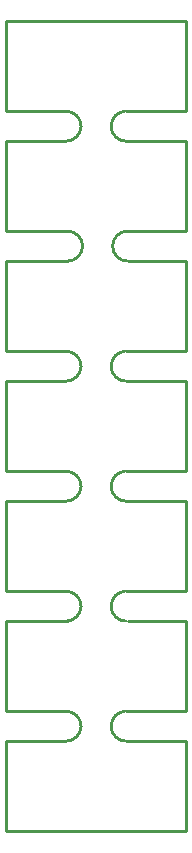
<source format=gbr>
G04 start of page 4 for group 2 idx 2 *
G04 Title: (unknown), outline *
G04 Creator: pcb 4.0.2 *
G04 CreationDate: Wed Oct 14 23:14:01 2020 UTC *
G04 For: ndholmes *
G04 Format: Gerber/RS-274X *
G04 PCB-Dimensions (mil): 610.00 2710.00 *
G04 PCB-Coordinate-Origin: lower left *
%MOIN*%
%FSLAX25Y25*%
%LNOUTLINE*%
%ADD23C,0.0100*%
G54D23*X60500Y190500D02*Y160500D01*
X40500D01*
X60500Y120500D02*Y150500D01*
X40500D01*
X60500Y190500D02*X41000D01*
X500D02*Y160500D01*
Y190500D02*X21000D01*
X500Y160500D02*X20500D01*
Y150500D02*X500D01*
X40500Y200500D02*X60500D01*
Y230500D01*
X40000D02*X60500D01*
X500Y270500D02*X60500D01*
Y240500D01*
X40500D01*
X500Y270500D02*Y240500D01*
X20500D01*
Y230500D02*X500D01*
Y150500D02*Y120500D01*
X20500D01*
Y110500D02*X500D01*
Y230500D02*Y200500D01*
X20500D01*
X40500Y120500D02*X60500D01*
Y80500D02*Y110500D01*
X40000D02*X60500D01*
X500D02*Y80500D01*
X20500D01*
X500Y70500D02*Y40500D01*
X20500D01*
X500Y70500D02*X21000D01*
X20500Y30500D02*X500D01*
Y500D01*
X40500D02*X60500D01*
Y30500D01*
X40500D01*
X500Y500D02*X43000D01*
X40500Y80500D02*X60500D01*
Y70500D02*Y40500D01*
X40500D01*
X60500Y70500D02*X41000D01*
X35500Y155500D02*G75*G03X40500Y150500I5000J0D01*G01*
X35500Y115500D02*G75*G03X40500Y110500I5000J0D01*G01*
X35500Y115500D02*G75*G02X40500Y120500I5000J0D01*G01*
X25500Y155500D02*G75*G02X20500Y150500I-5000J0D01*G01*
X25500Y115500D02*G75*G02X20500Y110500I-5000J0D01*G01*
X25500Y115500D02*G75*G03X20500Y120500I-5000J0D01*G01*
X25500Y75500D02*G75*G02X20500Y70500I-5000J0D01*G01*
X25500Y75500D02*G75*G03X20500Y80500I-5000J0D01*G01*
X35500Y75500D02*G75*G03X40500Y70500I5000J0D01*G01*
X35500Y75500D02*G75*G02X40500Y80500I5000J0D01*G01*
X35500Y35500D02*G75*G03X40500Y30500I5000J0D01*G01*
X35500Y35500D02*G75*G02X40500Y40500I5000J0D01*G01*
X25500Y35500D02*G75*G02X20500Y30500I-5000J0D01*G01*
X25500Y35500D02*G75*G03X20500Y40500I-5000J0D01*G01*
X36000Y195500D02*G75*G03X41000Y190500I5000J0D01*G01*
X36000Y195500D02*G75*G02X41000Y200500I5000J0D01*G01*
X26000Y195500D02*G75*G02X21000Y190500I-5000J0D01*G01*
X26000Y195500D02*G75*G03X21000Y200500I-5000J0D01*G01*
X35500Y235500D02*G75*G03X40500Y230500I5000J0D01*G01*
X35500Y235500D02*G75*G02X40500Y240500I5000J0D01*G01*
X25500Y235500D02*G75*G02X20500Y230500I-5000J0D01*G01*
X25500Y235500D02*G75*G03X20500Y240500I-5000J0D01*G01*
X35500Y155500D02*G75*G02X40500Y160500I5000J0D01*G01*
X25500Y155500D02*G75*G03X20500Y160500I-5000J0D01*G01*
M02*

</source>
